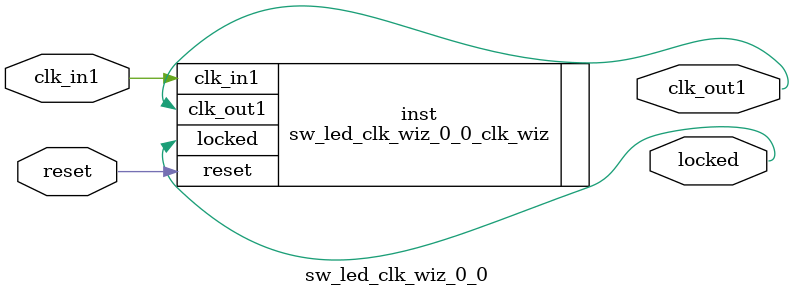
<source format=v>


`timescale 1ps/1ps

(* CORE_GENERATION_INFO = "sw_led_clk_wiz_0_0,clk_wiz_v6_0_4_0_0,{component_name=sw_led_clk_wiz_0_0,use_phase_alignment=true,use_min_o_jitter=false,use_max_i_jitter=false,use_dyn_phase_shift=false,use_inclk_switchover=false,use_dyn_reconfig=false,enable_axi=0,feedback_source=FDBK_AUTO,PRIMITIVE=MMCM,num_out_clk=1,clkin1_period=10.000,clkin2_period=10.000,use_power_down=false,use_reset=true,use_locked=true,use_inclk_stopped=false,feedback_type=SINGLE,CLOCK_MGR_TYPE=NA,manual_override=false}" *)

module sw_led_clk_wiz_0_0 
 (
  // Clock out ports
  output        clk_out1,
  // Status and control signals
  input         reset,
  output        locked,
 // Clock in ports
  input         clk_in1
 );

  sw_led_clk_wiz_0_0_clk_wiz inst
  (
  // Clock out ports  
  .clk_out1(clk_out1),
  // Status and control signals               
  .reset(reset), 
  .locked(locked),
 // Clock in ports
  .clk_in1(clk_in1)
  );

endmodule

</source>
